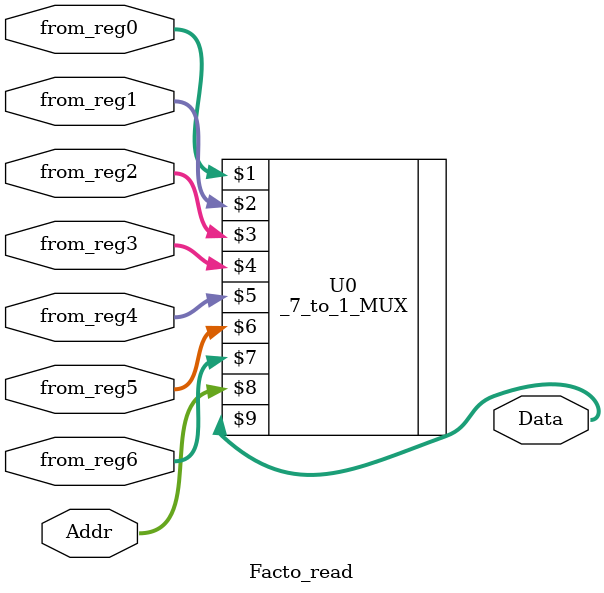
<source format=v>
module Facto_read(Addr, Data, from_reg0, from_reg1, from_reg2, from_reg3, from_reg4, from_reg5, from_reg6);
										//read operation module
	input [63:0] from_reg0, from_reg1, from_reg2, from_reg3, from_reg4, from_reg5, from_reg6;
	input [2:0] Addr; 			//input define
	output [63:0] Data; 			//output define
	
	_7_to_1_MUX U0(from_reg0, from_reg1, from_reg2, from_reg3, from_reg4, from_reg5, from_reg6, Addr, Data);
										//setting Data using 7-to-1 MUX
endmodule

</source>
